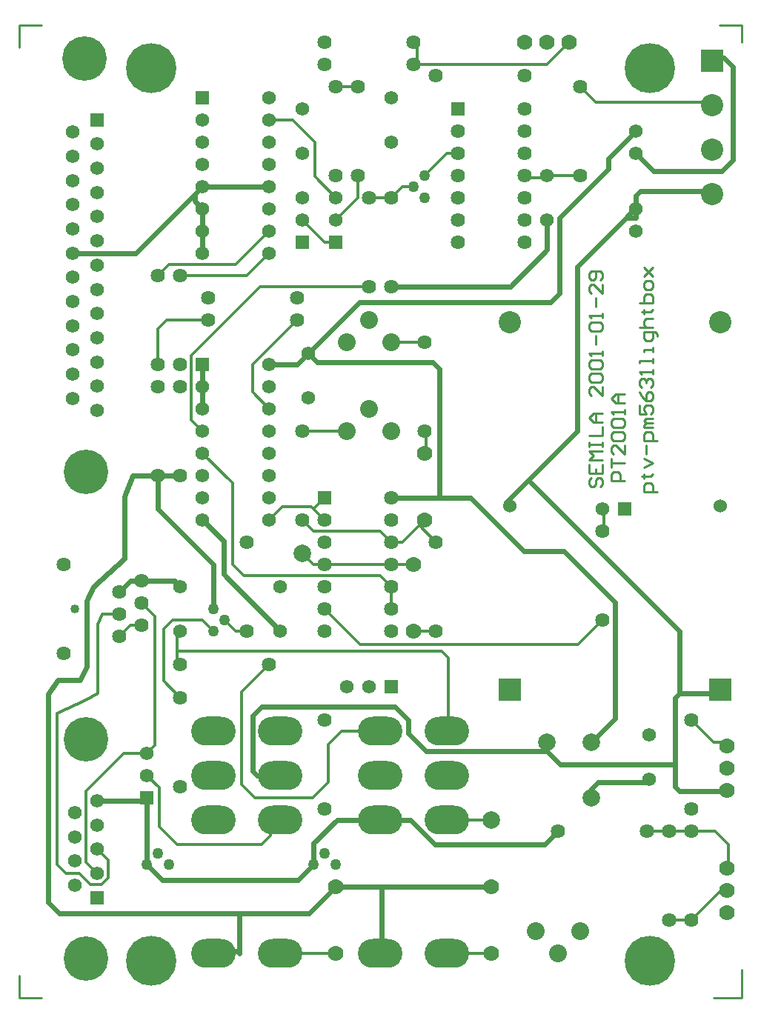
<source format=gtl>
%FSLAX23Y23*%
%MOIN*%
G70*
G01*
G75*
%ADD10C,0.024*%
%ADD11C,0.012*%
%ADD12C,0.010*%
%ADD13C,0.064*%
%ADD14C,0.060*%
%ADD15C,0.100*%
%ADD16R,0.100X0.100*%
%ADD17O,0.200X0.130*%
%ADD18C,0.079*%
%ADD19R,0.062X0.062*%
%ADD20C,0.062*%
%ADD21C,0.050*%
%ADD22C,0.070*%
%ADD23C,0.080*%
%ADD24C,0.040*%
%ADD25C,0.200*%
%ADD26C,0.225*%
D10*
X8793Y9144D02*
X9313D01*
X7758Y8069D02*
X7788Y8134D01*
X7758Y7774D02*
Y8069D01*
X7628Y7714D02*
X7728D01*
X7758Y7774D01*
X7788Y8134D02*
X7928Y8259D01*
Y8539D01*
X7963Y8634D01*
X9078Y7084D02*
X9213D01*
X8883D02*
X9078D01*
X8278Y9734D02*
Y9834D01*
Y9634D02*
Y9734D01*
X8243Y9869D02*
Y9899D01*
X8278Y9934D01*
X7978Y9634D02*
X8243Y9899D01*
X8278Y9034D02*
Y9134D01*
Y8934D02*
Y9034D01*
X8003Y8159D02*
X8153D01*
X7953D02*
X8003D01*
X8028Y7170D02*
Y7184D01*
Y6884D02*
Y7170D01*
X7803D02*
X8028D01*
X9343Y8534D02*
Y9114D01*
Y8534D02*
X9483D01*
X9128D02*
X9343D01*
X9083Y6784D02*
X9578D01*
X8878D02*
X9083D01*
Y6484D02*
Y6784D01*
X8753Y9184D02*
X8793Y9144D01*
X8753Y9184D02*
X8983Y9414D01*
X8703Y9134D02*
X8753Y9184D01*
X8443Y6484D02*
Y6664D01*
X8758D01*
X7633D02*
X8443D01*
X8078Y8484D02*
Y8634D01*
X8178D01*
X7963D02*
X8078D01*
X10183Y9794D02*
X10228Y9839D01*
X9963Y9574D02*
X10183Y9794D01*
X10228D01*
X10403Y7334D02*
Y7634D01*
Y7234D02*
Y7334D01*
X9888D02*
X10403D01*
X9743Y8614D02*
X10423Y7934D01*
X9743Y8614D02*
X9963Y8834D01*
X9643Y8514D02*
X9743Y8614D01*
X9283Y7394D02*
X9828D01*
X8243Y9869D02*
X8278Y9834D01*
X7583Y7649D02*
X7628Y7714D01*
X7583Y6714D02*
Y7649D01*
Y6714D02*
X7633Y6664D01*
X8328Y6494D02*
X8443D01*
X8758Y6664D02*
X8878Y6784D01*
X9483Y8534D02*
X9723Y8294D01*
X9903D01*
X10133Y8064D01*
Y7539D02*
Y8064D01*
X10028Y7434D02*
X10133Y7539D01*
X9313Y9144D02*
X9343Y9114D01*
X9078Y6484D02*
X9083D01*
X9828Y7394D02*
X9888Y7334D01*
X8523Y7284D02*
X8628D01*
X8503Y7304D02*
X8523Y7284D01*
X8503Y7304D02*
Y7554D01*
X8543Y7594D01*
X9143D01*
X9203Y7534D01*
Y7474D02*
Y7534D01*
Y7474D02*
X9283Y7394D01*
X9828D02*
Y7434D01*
X10228Y9839D02*
Y9894D01*
X10248Y9914D01*
X10567D01*
X10583Y9898D01*
Y9898D02*
Y9898D01*
X10571Y9898D02*
X10583D01*
X10571D02*
X10571Y9898D01*
X10403Y7634D02*
X10423Y7654D01*
X10403Y7234D02*
X10423Y7214D01*
X10638D01*
Y7217D01*
X10638Y7217D02*
X10638Y7217D01*
X10606Y7654D02*
Y7670D01*
X10423Y7654D02*
X10606D01*
X10423D02*
Y7934D01*
X10571Y10498D02*
Y10514D01*
X10623D01*
X10663Y10474D01*
Y10054D02*
Y10474D01*
X10613Y10004D02*
X10663Y10054D01*
X10308Y10004D02*
X10613D01*
X10228Y10084D02*
X10308Y10004D01*
X9213Y7084D02*
X9323Y6974D01*
X9818D01*
X9878Y7034D01*
X8028Y6884D02*
X8098Y6814D01*
X8708D01*
X8778Y6884D01*
X10103Y10059D02*
X10228Y10184D01*
X10103Y10014D02*
Y10059D01*
X9883Y9794D02*
X10103Y10014D01*
X9883Y9454D02*
Y9794D01*
X9843Y9414D02*
X9883Y9454D01*
X8983Y9414D02*
X9843D01*
X10228Y9794D02*
Y9834D01*
X9963Y8834D02*
Y9574D01*
X9643Y8497D02*
Y8514D01*
Y8497D02*
X9661D01*
X9661Y8497D01*
X8373Y8189D02*
X8628Y7934D01*
X8373Y8189D02*
Y8339D01*
X8278Y8434D02*
X8373Y8339D01*
X8578Y9134D02*
X8703D01*
X8078Y8484D02*
X8328Y8234D01*
Y8034D02*
Y8234D01*
X7693Y9634D02*
X7978D01*
X10028Y7184D02*
Y7224D01*
X10058Y7254D01*
X10288D01*
Y7267D01*
X10288Y7267D02*
X10288Y7267D01*
X8778Y6884D02*
Y6979D01*
X8883Y7084D01*
X7903Y8109D02*
X7953Y8159D01*
X8153D02*
X8178Y8134D01*
X8278Y9934D02*
X8578D01*
X9828Y9649D02*
Y9784D01*
X9663Y9484D02*
X9828Y9649D01*
X9128Y9484D02*
X9663D01*
D11*
X7753Y7624D02*
X7808Y7654D01*
Y7964D01*
X7828Y8009D01*
X7903D01*
X10478Y7034D02*
X10583D01*
X10378D02*
X10478D01*
X10278D02*
X10378D01*
X8163Y7844D02*
X9353D01*
X8163D02*
Y7919D01*
Y7799D02*
Y7844D01*
X8778Y8484D02*
X8828Y8534D01*
X8768Y8494D02*
X8778Y8484D01*
X8828Y8434D01*
X9243Y10484D02*
Y10569D01*
Y10484D02*
X9828D01*
X9228D02*
X9243D01*
X9253Y8409D02*
X9328Y8334D01*
X9253Y8409D02*
X9278Y8434D01*
X9178Y8334D02*
X9253Y8409D01*
X9128Y8234D02*
X9228D01*
X8828D02*
X9128D01*
X8778D02*
X8828D01*
X9378Y7484D02*
X9383D01*
Y7814D01*
X9353Y7844D02*
X9383Y7814D01*
X9228Y10584D02*
X9243Y10569D01*
X9078Y8384D02*
X9128Y8334D01*
X8778Y8384D02*
X9078D01*
X8728Y8434D02*
X8778Y8384D01*
X9128Y8334D02*
X9178D01*
X8538Y9484D02*
X9028D01*
X8228Y9174D02*
X8538Y9484D01*
X8228Y8884D02*
Y9174D01*
Y8884D02*
X8278Y8834D01*
X8503Y9134D02*
X8703Y9334D01*
X8503Y9009D02*
Y9134D01*
Y9009D02*
X8578Y8934D01*
X8638Y8494D02*
X8768D01*
X8578Y8434D02*
X8638Y8494D01*
X7623Y7564D02*
X7753Y7624D01*
X7623Y6884D02*
Y7564D01*
Y6884D02*
X7663Y6844D01*
X7722D01*
X7772Y6794D01*
X7823D01*
X7853Y6824D01*
Y6902D01*
X7803Y6952D02*
X7853Y6902D01*
X8583Y7084D02*
X8628D01*
X8583Y7014D02*
Y7084D01*
X8543Y6974D02*
X8583Y7014D01*
X8163Y6974D02*
X8543D01*
X8083Y7054D02*
X8163Y6974D01*
X8083Y7054D02*
Y7229D01*
X8028Y7284D02*
X8083Y7229D01*
X8028Y7384D02*
X8063Y7419D01*
Y7999D01*
X8003Y8059D02*
X8063Y7999D01*
X8278Y8734D02*
X8413Y8599D01*
Y8234D02*
Y8599D01*
Y8234D02*
X8463Y8184D01*
X9078D01*
X9128Y8134D01*
X8828Y8034D02*
X8988Y7874D01*
X9968D01*
X10078Y7984D01*
X8578Y10234D02*
X8683D01*
X8783Y10134D01*
Y9979D02*
Y10134D01*
Y9979D02*
X8878Y9884D01*
X8278Y7984D02*
X8328Y7934D01*
X8143Y7984D02*
X8278D01*
X8103Y7944D02*
X8143Y7984D01*
X8103Y7709D02*
Y7944D01*
Y7709D02*
X8178Y7634D01*
X8428Y9584D02*
X8578Y9734D01*
X8128Y9584D02*
X8428D01*
X8078Y9534D02*
X8128Y9584D01*
X8903Y7484D02*
X9078D01*
X8843Y7424D02*
X8903Y7484D01*
X8843Y7254D02*
Y7424D01*
X8773Y7184D02*
X8843Y7254D01*
X8513Y7184D02*
X8773D01*
X8453Y7244D02*
X8513Y7184D01*
X8453Y7244D02*
Y7659D01*
X8578Y7784D01*
X8428Y7934D02*
X8478D01*
X8378Y7984D02*
X8428Y7934D01*
X8828Y9684D02*
X8878D01*
X8728Y9784D02*
X8828Y9684D01*
X8878Y9784D02*
X8978Y9884D01*
Y9984D01*
X8728Y8834D02*
X8928D01*
X8728Y8284D02*
X8778Y8234D01*
X9128Y9234D02*
X9278D01*
Y8734D02*
X9283D01*
Y8829D01*
X9278Y8834D02*
X9283Y8829D01*
X9228Y7934D02*
X9328D01*
X10078Y8384D02*
X10083Y8389D01*
Y8479D01*
X10078Y8484D02*
X10083Y8479D01*
X9128Y8034D02*
Y8134D01*
X7753Y6893D02*
X7803Y6843D01*
X7753Y6893D02*
Y7214D01*
X7923Y7384D01*
X8028D01*
X7903Y7909D02*
X7953Y7959D01*
X8003D01*
X8628Y6484D02*
X8878D01*
X9378D02*
X9578D01*
X9378Y7084D02*
X9578D01*
X9828Y10484D02*
X9928Y10584D01*
X8878Y10384D02*
X8978D01*
X9378Y10084D02*
X9428D01*
X9278Y9984D02*
X9378Y10084D01*
X9028Y9884D02*
X9128D01*
X9178Y9934D01*
X9228D01*
X10571Y10298D02*
Y10314D01*
X10048D02*
X10571D01*
X9978Y10384D02*
X10048Y10314D01*
X9828Y9984D02*
X9978D01*
X9728D02*
X9738Y9974D01*
X9818D01*
X9828Y9984D01*
X8078Y9134D02*
Y9294D01*
X8118Y9334D01*
X8303D01*
X8178Y9534D02*
X8478D01*
X8578Y9634D01*
X10638Y7417D02*
X10643D01*
Y7434D01*
X10578D02*
X10643D01*
X10478Y7534D02*
X10578Y7434D01*
X10638Y6767D02*
X10643D01*
Y6774D01*
X10618D02*
X10643D01*
X10478Y6634D02*
X10618Y6774D01*
X10378Y6634D02*
X10478D01*
X8163Y7799D02*
X8178Y7784D01*
X8163Y7919D02*
X8178Y7934D01*
X10638Y6867D02*
X10643D01*
Y6974D01*
X10583Y7034D02*
X10643Y6974D01*
D12*
X10603Y10659D02*
X10703D01*
Y10584D02*
Y10659D01*
X7453D02*
X7553D01*
X7453Y10559D02*
Y10659D01*
Y6284D02*
Y6384D01*
Y6284D02*
X7553D01*
X10578D02*
X10703D01*
Y6409D01*
X10323Y8559D02*
X10263D01*
Y8589D01*
X10273Y8599D01*
X10293D01*
X10303Y8589D01*
Y8559D01*
X10253Y8629D02*
X10263D01*
Y8619D01*
Y8639D01*
Y8629D01*
X10293D01*
X10303Y8639D01*
X10263Y8669D02*
X10303Y8689D01*
X10263Y8709D01*
X10273Y8729D02*
Y8769D01*
X10323Y8789D02*
X10263D01*
Y8819D01*
X10273Y8829D01*
X10293D01*
X10303Y8819D01*
Y8789D01*
Y8849D02*
X10263D01*
Y8859D01*
X10273Y8869D01*
X10303D01*
X10273D01*
X10263Y8879D01*
X10273Y8889D01*
X10303D01*
X10243Y8949D02*
Y8909D01*
X10273D01*
X10263Y8929D01*
Y8939D01*
X10273Y8949D01*
X10293D01*
X10303Y8939D01*
Y8919D01*
X10293Y8909D01*
X10243Y9009D02*
X10253Y8989D01*
X10273Y8969D01*
X10293D01*
X10303Y8979D01*
Y8999D01*
X10293Y9009D01*
X10283D01*
X10273Y8999D01*
Y8969D01*
X10253Y9029D02*
X10243Y9039D01*
Y9059D01*
X10253Y9069D01*
X10263D01*
X10273Y9059D01*
Y9049D01*
Y9059D01*
X10283Y9069D01*
X10293D01*
X10303Y9059D01*
Y9039D01*
X10293Y9029D01*
X10303Y9089D02*
Y9109D01*
Y9099D01*
X10243D01*
X10253Y9089D01*
X10303Y9139D02*
Y9159D01*
Y9149D01*
X10243D01*
Y9139D01*
X10303Y9189D02*
Y9209D01*
Y9199D01*
X10263D01*
Y9189D01*
X10323Y9259D02*
Y9269D01*
X10313Y9279D01*
X10263D01*
Y9249D01*
X10273Y9239D01*
X10293D01*
X10303Y9249D01*
Y9279D01*
X10243Y9299D02*
X10303D01*
X10273D01*
X10263Y9309D01*
Y9329D01*
X10273Y9339D01*
X10303D01*
X10253Y9369D02*
X10263D01*
Y9359D01*
Y9379D01*
Y9369D01*
X10293D01*
X10303Y9379D01*
X10243Y9409D02*
X10303D01*
Y9439D01*
X10293Y9449D01*
X10283D01*
X10273D01*
X10263Y9439D01*
Y9409D01*
X10303Y9479D02*
Y9499D01*
X10293Y9509D01*
X10273D01*
X10263Y9499D01*
Y9479D01*
X10273Y9469D01*
X10293D01*
X10303Y9479D01*
X10263Y9529D02*
X10303Y9569D01*
X10283Y9549D01*
X10263Y9569D01*
X10303Y9529D01*
X10028Y8624D02*
X10018Y8614D01*
Y8594D01*
X10028Y8584D01*
X10038D01*
X10048Y8594D01*
Y8614D01*
X10058Y8624D01*
X10068D01*
X10078Y8614D01*
Y8594D01*
X10068Y8584D01*
X10018Y8684D02*
Y8644D01*
X10078D01*
Y8684D01*
X10048Y8644D02*
Y8664D01*
X10078Y8704D02*
X10018D01*
X10038Y8724D01*
X10018Y8744D01*
X10078D01*
X10018Y8764D02*
Y8784D01*
Y8774D01*
X10078D01*
Y8764D01*
Y8784D01*
X10018Y8814D02*
X10078D01*
Y8854D01*
Y8874D02*
X10038D01*
X10018Y8894D01*
X10038Y8914D01*
X10078D01*
X10048D01*
Y8874D01*
X10078Y9034D02*
Y8994D01*
X10038Y9034D01*
X10028D01*
X10018Y9024D01*
Y9004D01*
X10028Y8994D01*
Y9054D02*
X10018Y9064D01*
Y9084D01*
X10028Y9094D01*
X10068D01*
X10078Y9084D01*
Y9064D01*
X10068Y9054D01*
X10028D01*
Y9114D02*
X10018Y9124D01*
Y9144D01*
X10028Y9154D01*
X10068D01*
X10078Y9144D01*
Y9124D01*
X10068Y9114D01*
X10028D01*
X10078Y9174D02*
Y9194D01*
Y9184D01*
X10018D01*
X10028Y9174D01*
X10048Y9224D02*
Y9264D01*
X10028Y9284D02*
X10018Y9294D01*
Y9314D01*
X10028Y9324D01*
X10068D01*
X10078Y9314D01*
Y9294D01*
X10068Y9284D01*
X10028D01*
X10078Y9344D02*
Y9364D01*
Y9354D01*
X10018D01*
X10028Y9344D01*
X10048Y9394D02*
Y9434D01*
X10078Y9494D02*
Y9454D01*
X10038Y9494D01*
X10028D01*
X10018Y9484D01*
Y9464D01*
X10028Y9454D01*
X10068Y9514D02*
X10078Y9524D01*
Y9544D01*
X10068Y9554D01*
X10028D01*
X10018Y9544D01*
Y9524D01*
X10028Y9514D01*
X10038D01*
X10048Y9524D01*
Y9554D01*
X10178Y8609D02*
X10118D01*
Y8639D01*
X10128Y8649D01*
X10148D01*
X10158Y8639D01*
Y8609D01*
X10118Y8669D02*
Y8709D01*
Y8689D01*
X10178D01*
Y8769D02*
Y8729D01*
X10138Y8769D01*
X10128D01*
X10118Y8759D01*
Y8739D01*
X10128Y8729D01*
Y8789D02*
X10118Y8799D01*
Y8819D01*
X10128Y8829D01*
X10168D01*
X10178Y8819D01*
Y8799D01*
X10168Y8789D01*
X10128D01*
Y8849D02*
X10118Y8859D01*
Y8879D01*
X10128Y8889D01*
X10168D01*
X10178Y8879D01*
Y8859D01*
X10168Y8849D01*
X10128D01*
X10178Y8909D02*
Y8929D01*
Y8919D01*
X10118D01*
X10128Y8909D01*
X10178Y8959D02*
X10138D01*
X10118Y8979D01*
X10138Y8999D01*
X10178D01*
X10148D01*
Y8959D01*
D13*
X9128Y9484D02*
D03*
Y9884D02*
D03*
X9278Y9234D02*
D03*
Y8834D02*
D03*
X9728Y10434D02*
D03*
X9328D02*
D03*
X8828Y10584D02*
D03*
X9228D02*
D03*
X8828Y10484D02*
D03*
X9228D02*
D03*
X8578Y7784D02*
D03*
X8178D02*
D03*
X8878Y10384D02*
D03*
Y9984D02*
D03*
X8078Y9034D02*
D03*
Y8634D02*
D03*
X8703Y9434D02*
D03*
X8303D02*
D03*
X8078Y9534D02*
D03*
Y9134D02*
D03*
X8178Y9534D02*
D03*
Y9134D02*
D03*
X9028Y9484D02*
D03*
Y9884D02*
D03*
X8703Y9334D02*
D03*
X8303D02*
D03*
X10478Y7034D02*
D03*
Y6634D02*
D03*
Y7134D02*
D03*
Y7534D02*
D03*
X10378Y7034D02*
D03*
Y6634D02*
D03*
X8478Y7934D02*
D03*
Y8334D02*
D03*
X9978Y10384D02*
D03*
Y9984D02*
D03*
X10078Y8384D02*
D03*
Y7984D02*
D03*
X8178Y7234D02*
D03*
Y7634D02*
D03*
X10278Y7034D02*
D03*
X9878D02*
D03*
X8828Y7134D02*
D03*
Y7534D02*
D03*
X9328Y7934D02*
D03*
Y8334D02*
D03*
X8978Y10384D02*
D03*
Y9984D02*
D03*
X8728Y8834D02*
D03*
Y8434D02*
D03*
X8828D02*
D03*
X9128Y8534D02*
D03*
Y8434D02*
D03*
Y8334D02*
D03*
Y8234D02*
D03*
Y8134D02*
D03*
Y8034D02*
D03*
Y7934D02*
D03*
X8828D02*
D03*
Y8034D02*
D03*
Y8134D02*
D03*
Y8234D02*
D03*
Y8334D02*
D03*
X7653Y7834D02*
D03*
Y8234D02*
D03*
X8003Y7959D02*
D03*
X7903Y8009D02*
D03*
X8003Y8059D02*
D03*
Y8159D02*
D03*
X7903Y7909D02*
D03*
Y8109D02*
D03*
X8178Y8634D02*
D03*
Y9034D02*
D03*
X9428Y10084D02*
D03*
Y9984D02*
D03*
Y9884D02*
D03*
Y9784D02*
D03*
Y9684D02*
D03*
X9728D02*
D03*
Y9784D02*
D03*
Y9884D02*
D03*
Y9984D02*
D03*
Y10084D02*
D03*
Y10184D02*
D03*
Y10284D02*
D03*
X9428Y10184D02*
D03*
D14*
X10606Y8497D02*
D03*
X9661D02*
D03*
D15*
X10606Y9323D02*
D03*
X9661D02*
D03*
X10571Y10098D02*
D03*
Y9898D02*
D03*
Y10298D02*
D03*
D16*
X10606Y7670D02*
D03*
X9661D02*
D03*
X10571Y10498D02*
D03*
D17*
X9378Y7284D02*
D03*
X9078Y7484D02*
D03*
Y7084D02*
D03*
X9378D02*
D03*
X9078Y7284D02*
D03*
X9378Y6484D02*
D03*
Y7484D02*
D03*
X9078Y6484D02*
D03*
X8628Y7284D02*
D03*
X8328Y7484D02*
D03*
Y7084D02*
D03*
X8628D02*
D03*
X8328Y7284D02*
D03*
X8628Y6484D02*
D03*
Y7484D02*
D03*
X8328Y6484D02*
D03*
D18*
X10028Y7184D02*
D03*
X9828Y7434D02*
D03*
X8728Y8284D02*
D03*
X10028Y7434D02*
D03*
X9578Y7084D02*
D03*
D19*
X10178Y8484D02*
D03*
X9128Y7684D02*
D03*
X8728Y9684D02*
D03*
X8028Y7184D02*
D03*
X8878Y9684D02*
D03*
X8828Y8534D02*
D03*
X8278Y9134D02*
D03*
X7803Y6734D02*
D03*
Y10234D02*
D03*
X8278Y10334D02*
D03*
X9428Y10284D02*
D03*
D20*
X10078Y8484D02*
D03*
X10228Y10184D02*
D03*
Y10084D02*
D03*
X9028Y7684D02*
D03*
X8928D02*
D03*
X8728Y9784D02*
D03*
Y9884D02*
D03*
X8028Y7284D02*
D03*
Y7384D02*
D03*
X8878Y9784D02*
D03*
Y9884D02*
D03*
X9828Y9784D02*
D03*
Y9984D02*
D03*
X8753Y8984D02*
D03*
Y9184D02*
D03*
X8628Y7934D02*
D03*
Y8134D02*
D03*
X9128Y10134D02*
D03*
Y10334D02*
D03*
X8728Y10084D02*
D03*
Y10284D02*
D03*
X8178Y8134D02*
D03*
Y7934D02*
D03*
X10288Y7467D02*
D03*
Y7267D02*
D03*
X8278Y9034D02*
D03*
Y8934D02*
D03*
Y8834D02*
D03*
Y8734D02*
D03*
Y8634D02*
D03*
Y8534D02*
D03*
Y8434D02*
D03*
X8578D02*
D03*
Y8534D02*
D03*
Y8634D02*
D03*
Y8734D02*
D03*
Y8834D02*
D03*
Y8934D02*
D03*
Y9034D02*
D03*
Y9134D02*
D03*
X10228Y9834D02*
D03*
Y9734D02*
D03*
X7703Y7116D02*
D03*
Y7007D02*
D03*
Y6898D02*
D03*
X7803Y7170D02*
D03*
Y7061D02*
D03*
Y6952D02*
D03*
Y6843D02*
D03*
X7703Y6789D02*
D03*
X7803Y10125D02*
D03*
Y10016D02*
D03*
Y9907D02*
D03*
Y9798D02*
D03*
Y9689D02*
D03*
Y9580D02*
D03*
Y9471D02*
D03*
Y9362D02*
D03*
Y9253D02*
D03*
Y9144D02*
D03*
Y9035D02*
D03*
Y8926D02*
D03*
X7693Y10179D02*
D03*
Y10070D02*
D03*
Y9961D02*
D03*
Y9852D02*
D03*
Y9743D02*
D03*
Y9634D02*
D03*
Y9525D02*
D03*
Y9416D02*
D03*
Y9307D02*
D03*
Y9198D02*
D03*
Y9089D02*
D03*
Y8980D02*
D03*
X8578Y10334D02*
D03*
Y10234D02*
D03*
Y10134D02*
D03*
Y10034D02*
D03*
Y9934D02*
D03*
Y9834D02*
D03*
Y9734D02*
D03*
Y9634D02*
D03*
X8278D02*
D03*
Y9734D02*
D03*
Y9834D02*
D03*
Y9934D02*
D03*
Y10034D02*
D03*
Y10134D02*
D03*
Y10234D02*
D03*
D21*
X8078Y6934D02*
D03*
X8028Y6884D02*
D03*
X8128D02*
D03*
X8828Y6934D02*
D03*
X8778Y6884D02*
D03*
X8878D02*
D03*
X8378Y7984D02*
D03*
X8328Y8034D02*
D03*
Y7934D02*
D03*
X9278Y9984D02*
D03*
Y9884D02*
D03*
X9228Y9934D02*
D03*
D22*
X9278Y8734D02*
D03*
Y8434D02*
D03*
X9228Y7934D02*
D03*
Y8234D02*
D03*
X8878Y6784D02*
D03*
Y6484D02*
D03*
X9578Y6784D02*
D03*
Y6484D02*
D03*
X9928Y10584D02*
D03*
X9828D02*
D03*
X9728D02*
D03*
X10638Y7217D02*
D03*
Y7317D02*
D03*
Y7417D02*
D03*
Y6667D02*
D03*
Y6767D02*
D03*
Y6867D02*
D03*
D23*
X9128Y8834D02*
D03*
X9028Y8934D02*
D03*
X8928Y8834D02*
D03*
X9128Y9234D02*
D03*
X9028Y9334D02*
D03*
X8928Y9234D02*
D03*
X9978Y6584D02*
D03*
X9878Y6484D02*
D03*
X9778Y6584D02*
D03*
D24*
X7703Y8034D02*
D03*
D25*
X7753Y7445D02*
D03*
Y6459D02*
D03*
X7748Y10509D02*
D03*
X7753Y8651D02*
D03*
D26*
X8047Y6449D02*
D03*
Y10465D02*
D03*
X10291D02*
D03*
Y6449D02*
D03*
M02*

</source>
